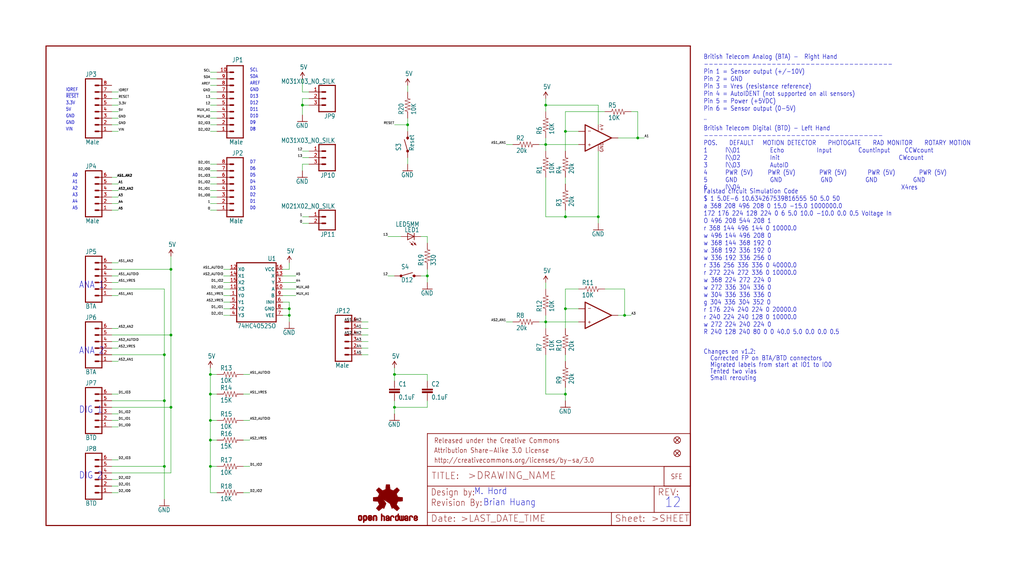
<source format=kicad_sch>
(kicad_sch (version 20211123) (generator eeschema)
  (paper "User" 395.63 223.926)
  (lib_symbols
    (symbol "eagleSchem-eagle-import:0.1UF-25V(+80{slash}-20%)(0603)"
      (property "Reference" "C" (at 1.524 2.921 0))
      (property "Value" "0.1UF-25V(+80{slash}-20%)(0603)" (at 1.524 -2.159 0))
      (symbol "0.1UF-25V(+80{slash}-20%)(0603)_1_0"
        (pin passive line (at 0 5.08 270) (length 2.54) (name "1") (number "1"))
        (pin passive line (at 0 -2.54 90) (length 2.54) (name "2") (number "2"))
      )
    )
    (symbol "eagleSchem-eagle-import:10KOHM1{slash}10W1%(0603)0603"
      (property "Reference" "R" (at -3.81 1.4986 0))
      (property "Value" "10KOHM1{slash}10W1%(0603)0603" (at -3.81 -3.302 0))
      (symbol "10KOHM1{slash}10W1%(0603)0603_1_0"
        (pin passive line (at -5.08 0 0) (length 2.54) (name "1") (number "1"))
        (pin passive line (at 5.08 0 180) (length 2.54) (name "2") (number "2"))
      )
    )
    (symbol "eagleSchem-eagle-import:15KOHM1{slash}10W1%(0603)0603"
      (property "Reference" "R" (at -3.81 1.4986 0))
      (property "Value" "15KOHM1{slash}10W1%(0603)0603" (at -3.81 -3.302 0))
      (symbol "15KOHM1{slash}10W1%(0603)0603_1_0"
        (pin passive line (at -5.08 0 0) (length 2.54) (name "1") (number "1"))
        (pin passive line (at 5.08 0 180) (length 2.54) (name "2") (number "2"))
      )
    )
    (symbol "eagleSchem-eagle-import:20KOHM1{slash}10W1%(0603)"
      (property "Reference" "R" (at -3.81 1.4986 0))
      (property "Value" "20KOHM1{slash}10W1%(0603)" (at -3.81 -3.302 0))
      (symbol "20KOHM1{slash}10W1%(0603)_1_0"
        (pin passive line (at -5.08 0 0) (length 2.54) (name "1") (number "1"))
        (pin passive line (at 5.08 0 180) (length 2.54) (name "2") (number "2"))
      )
    )
    (symbol "eagleSchem-eagle-import:330OHM1{slash}10W1%(0603)"
      (property "Reference" "R" (at -3.81 1.4986 0))
      (property "Value" "330OHM1{slash}10W1%(0603)" (at -3.81 -3.302 0))
      (symbol "330OHM1{slash}10W1%(0603)_1_0"
        (pin passive line (at -5.08 0 0) (length 2.54) (name "1") (number "1"))
        (pin passive line (at 5.08 0 180) (length 2.54) (name "2") (number "2"))
      )
    )
    (symbol "eagleSchem-eagle-import:5V" (power)
      (property "Value" "5V" (at -1.016 3.556 0))
      (symbol "5V_1_0"
        (pin power_in line (at 0 0 90) (length 2.54) (name "5V") (number "1"))
      )
    )
    (symbol "eagleSchem-eagle-import:74HC4052SO"
      (property "Reference" "U" (at -7.62 10.795 0))
      (property "Value" "74HC4052SO" (at -7.62 -15.24 0))
      (symbol "74HC4052SO_1_0"
        (pin bidirectional line (at 10.16 -2.54 180) (length 2.54) (name "Y0") (number "1"))
        (pin input line (at -10.16 0 0) (length 2.54) (name "A") (number "10"))
        (pin bidirectional line (at 10.16 0 180) (length 2.54) (name "X3") (number "11"))
        (pin bidirectional line (at 10.16 7.62 180) (length 2.54) (name "X0") (number "12"))
        (pin bidirectional line (at -10.16 5.08 0) (length 2.54) (name "X") (number "13"))
        (pin bidirectional line (at 10.16 5.08 180) (length 2.54) (name "X1") (number "14"))
        (pin bidirectional line (at 10.16 2.54 180) (length 2.54) (name "X2") (number "15"))
        (pin power_in line (at -10.16 7.62 0) (length 2.54) (name "VCC") (number "16"))
        (pin bidirectional line (at 10.16 -7.62 180) (length 2.54) (name "Y2") (number "2"))
        (pin bidirectional line (at -10.16 2.54 0) (length 2.54) (name "Y") (number "3"))
        (pin bidirectional line (at 10.16 -10.16 180) (length 2.54) (name "Y3") (number "4"))
        (pin bidirectional line (at 10.16 -5.08 180) (length 2.54) (name "Y1") (number "5"))
        (pin input line (at -10.16 -5.08 0) (length 2.54) (name "INH") (number "6"))
        (pin power_in line (at -10.16 -10.16 0) (length 2.54) (name "VEE") (number "7"))
        (pin power_in line (at -10.16 -7.62 0) (length 2.54) (name "GND") (number "8"))
        (pin input line (at -10.16 -2.54 0) (length 2.54) (name "B") (number "9"))
      )
    )
    (symbol "eagleSchem-eagle-import:FIDUCIAL1X2")
    (symbol "eagleSchem-eagle-import:FRAME-LETTER"
      (symbol "FRAME-LETTER_2_0"
        (text ">DRAWING_NAME" (at 15.494 17.78 0) (effects (font (size 2.7432 2.7432)) (justify left bottom)))
        (text ">LAST_DATE_TIME" (at 12.7 1.27 0) (effects (font (size 2.54 2.54)) (justify left bottom)))
        (text ">SHEET" (at 86.36 1.27 0) (effects (font (size 2.54 2.54)) (justify left bottom)))
        (text "Attribution Share-Alike 3.0 License" (at 2.54 27.94 0) (effects (font (size 1.9304 1.6408)) (justify left bottom)))
        (text "Date:" (at 1.27 1.27 0) (effects (font (size 2.54 2.54)) (justify left bottom)))
        (text "Design by:" (at 1.27 11.43 0) (effects (font (size 2.54 2.159)) (justify left bottom)))
        (text "http://creativecommons.org/licenses/by-sa/3.0" (at 2.54 24.13 0) (effects (font (size 1.9304 1.6408)) (justify left bottom)))
        (text "Released under the Creative Commons" (at 2.54 31.75 0) (effects (font (size 1.9304 1.6408)) (justify left bottom)))
        (text "REV:" (at 88.9 11.43 0) (effects (font (size 2.54 2.54)) (justify left bottom)))
        (text "Sheet:" (at 72.39 1.27 0) (effects (font (size 2.54 2.54)) (justify left bottom)))
        (text "TITLE:" (at 1.524 17.78 0) (effects (font (size 2.54 2.54)) (justify left bottom)))
      )
    )
    (symbol "eagleSchem-eagle-import:GND" (power)
      (property "Value" "GND" (at -2.54 -2.54 0))
      (symbol "GND_1_0"
        (pin power_in line (at 0 2.54 270) (length 2.54) (name "GND") (number "1"))
      )
    )
    (symbol "eagleSchem-eagle-import:LED5MM"
      (property "Reference" "LED" (at 3.556 -4.572 90))
      (property "Value" "LED5MM" (at 5.715 -4.572 90))
      (symbol "LED5MM_1_0"
        (pin passive line (at 0 2.54 270) (length 2.54) (name "A") (number "A"))
        (pin passive line (at 0 -5.08 90) (length 2.54) (name "C") (number "K"))
      )
    )
    (symbol "eagleSchem-eagle-import:LMV358SOICT"
      (symbol "LMV358SOICT_1_0"
        (text "+" (at -4.318 -3.302 0) (effects (font (size 1.27 1.27)) (justify left bottom)))
        (text "+V" (at 2.032 2.54 900) (effects (font (size 1.27 1.27)) (justify left bottom)))
        (text "-" (at -4.318 2.032 0) (effects (font (size 1.27 1.27)) (justify left bottom)))
        (text "GND" (at 2.032 -5.588 900) (effects (font (size 1.27 1.27)) (justify left bottom)))
        (pin output line (at 7.62 0 180) (length 2.54) (name "OUT1") (number "1"))
        (pin input line (at -7.62 2.54 0) (length 2.54) (name "-IN1") (number "2"))
        (pin input line (at -7.62 -2.54 0) (length 2.54) (name "+IN1") (number "3"))
        (pin power_in line (at 0 -5.08 90) (length 2.54) (name "GND") (number "4"))
        (pin power_in line (at 0 5.08 270) (length 2.54) (name "+V") (number "8"))
      )
      (symbol "LMV358SOICT_2_0"
        (text "+" (at -4.318 -3.302 0) (effects (font (size 1.27 1.27)) (justify left bottom)))
        (text "-" (at -4.318 2.032 0) (effects (font (size 1.27 1.27)) (justify left bottom)))
        (pin input line (at -7.62 -2.54 0) (length 2.54) (name "+IN2") (number "5"))
        (pin input line (at -7.62 2.54 0) (length 2.54) (name "-IN2") (number "6"))
        (pin output line (at 7.62 0 180) (length 2.54) (name "OUT2") (number "7"))
      )
    )
    (symbol "eagleSchem-eagle-import:LOGO-SFESK"
      (symbol "LOGO-SFESK_1_0"
        (text "SFE" (at 0 0 0) (effects (font (size 1.9304 1.6408)) (justify left bottom)))
      )
    )
    (symbol "eagleSchem-eagle-import:M021X02_NO_SILK"
      (property "Reference" "JP" (at -2.54 5.842 0))
      (property "Value" "M021X02_NO_SILK" (at -2.54 -5.08 0))
      (symbol "M021X02_NO_SILK_1_0"
        (pin passive line (at 7.62 0 180) (length 5.08) (name "1") (number "1"))
        (pin passive line (at 7.62 2.54 180) (length 5.08) (name "2") (number "2"))
      )
    )
    (symbol "eagleSchem-eagle-import:M031X03_NO_SILK"
      (property "Reference" "JP" (at -2.54 5.842 0))
      (property "Value" "M031X03_NO_SILK" (at -2.54 -7.62 0))
      (symbol "M031X03_NO_SILK_1_0"
        (pin passive line (at 7.62 -2.54 180) (length 5.08) (name "1") (number "1"))
        (pin passive line (at 7.62 0 180) (length 5.08) (name "2") (number "2"))
        (pin passive line (at 7.62 2.54 180) (length 5.08) (name "3") (number "3"))
      )
    )
    (symbol "eagleSchem-eagle-import:M06SIP"
      (property "Reference" "JP" (at -5.08 10.922 0))
      (property "Value" "M06SIP" (at -5.08 -10.16 0))
      (symbol "M06SIP_1_0"
        (pin passive line (at 5.08 -5.08 180) (length 5.08) (name "1") (number "1"))
        (pin passive line (at 5.08 -2.54 180) (length 5.08) (name "2") (number "2"))
        (pin passive line (at 5.08 0 180) (length 5.08) (name "3") (number "3"))
        (pin passive line (at 5.08 2.54 180) (length 5.08) (name "4") (number "4"))
        (pin passive line (at 5.08 5.08 180) (length 5.08) (name "5") (number "5"))
        (pin passive line (at 5.08 7.62 180) (length 5.08) (name "6") (number "6"))
      )
    )
    (symbol "eagleSchem-eagle-import:M06SMD_MALE"
      (property "Reference" "JP" (at -5.08 10.922 0))
      (property "Value" "M06SMD_MALE" (at -5.08 -10.16 0))
      (symbol "M06SMD_MALE_1_0"
        (pin passive line (at 5.08 -5.08 180) (length 5.08) (name "1") (number "1"))
        (pin passive line (at 5.08 -2.54 180) (length 5.08) (name "2") (number "2"))
        (pin passive line (at 5.08 0 180) (length 5.08) (name "3") (number "3"))
        (pin passive line (at 5.08 2.54 180) (length 5.08) (name "4") (number "4"))
        (pin passive line (at 5.08 5.08 180) (length 5.08) (name "5") (number "5"))
        (pin passive line (at 5.08 7.62 180) (length 5.08) (name "6") (number "6"))
      )
    )
    (symbol "eagleSchem-eagle-import:M06VERNIER-ANALOG"
      (property "Reference" "JP" (at -5.08 10.922 0))
      (property "Value" "M06VERNIER-ANALOG" (at -5.08 -10.16 0))
      (symbol "M06VERNIER-ANALOG_1_0"
        (pin passive line (at 5.08 -5.08 180) (length 5.08) (name "1") (number "1"))
        (pin passive line (at 5.08 -2.54 180) (length 5.08) (name "2") (number "2"))
        (pin passive line (at 5.08 0 180) (length 5.08) (name "3") (number "3"))
        (pin passive line (at 5.08 2.54 180) (length 5.08) (name "4") (number "4"))
        (pin passive line (at 5.08 5.08 180) (length 5.08) (name "5") (number "5"))
        (pin passive line (at 5.08 7.62 180) (length 5.08) (name "6") (number "6"))
      )
    )
    (symbol "eagleSchem-eagle-import:M06VERNIER-DIGITAL"
      (property "Reference" "JP" (at -5.08 10.922 0))
      (property "Value" "M06VERNIER-DIGITAL" (at -5.08 -10.16 0))
      (symbol "M06VERNIER-DIGITAL_1_0"
        (pin passive line (at 5.08 -5.08 180) (length 5.08) (name "1") (number "1"))
        (pin passive line (at 5.08 -2.54 180) (length 5.08) (name "2") (number "2"))
        (pin passive line (at 5.08 0 180) (length 5.08) (name "3") (number "3"))
        (pin passive line (at 5.08 2.54 180) (length 5.08) (name "4") (number "4"))
        (pin passive line (at 5.08 5.08 180) (length 5.08) (name "5") (number "5"))
        (pin passive line (at 5.08 7.62 180) (length 5.08) (name "6") (number "6"))
      )
    )
    (symbol "eagleSchem-eagle-import:M08SMD-MALE"
      (property "Reference" "JP" (at -5.08 13.462 0))
      (property "Value" "M08SMD-MALE" (at -5.08 -12.7 0))
      (symbol "M08SMD-MALE_1_0"
        (pin passive line (at 5.08 -7.62 180) (length 5.08) (name "1") (number "1"))
        (pin passive line (at 5.08 -5.08 180) (length 5.08) (name "2") (number "2"))
        (pin passive line (at 5.08 -2.54 180) (length 5.08) (name "3") (number "3"))
        (pin passive line (at 5.08 0 180) (length 5.08) (name "4") (number "4"))
        (pin passive line (at 5.08 2.54 180) (length 5.08) (name "5") (number "5"))
        (pin passive line (at 5.08 5.08 180) (length 5.08) (name "6") (number "6"))
        (pin passive line (at 5.08 7.62 180) (length 5.08) (name "7") (number "7"))
        (pin passive line (at 5.08 10.16 180) (length 5.08) (name "8") (number "8"))
      )
    )
    (symbol "eagleSchem-eagle-import:M10SMD_MALE"
      (property "Reference" "JP" (at 0 8.89 0))
      (property "Value" "M10SMD_MALE" (at 0 -22.86 0))
      (symbol "M10SMD_MALE_1_0"
        (pin passive line (at 10.16 -17.78 180) (length 5.08) (name "1") (number "1"))
        (pin passive line (at 10.16 5.08 180) (length 5.08) (name "10") (number "10"))
        (pin passive line (at 10.16 -15.24 180) (length 5.08) (name "2") (number "2"))
        (pin passive line (at 10.16 -12.7 180) (length 5.08) (name "3") (number "3"))
        (pin passive line (at 10.16 -10.16 180) (length 5.08) (name "4") (number "4"))
        (pin passive line (at 10.16 -7.62 180) (length 5.08) (name "5") (number "5"))
        (pin passive line (at 10.16 -5.08 180) (length 5.08) (name "6") (number "6"))
        (pin passive line (at 10.16 -2.54 180) (length 5.08) (name "7") (number "7"))
        (pin passive line (at 10.16 0 180) (length 5.08) (name "8") (number "8"))
        (pin passive line (at 10.16 2.54 180) (length 5.08) (name "9") (number "9"))
      )
    )
    (symbol "eagleSchem-eagle-import:OSHW-LOGOS")
    (symbol "eagleSchem-eagle-import:REVISION"
      (symbol "REVISION_1_0"
        (text "Revision By: " (at 0 0 0) (effects (font (size 2.54 2.159)) (justify left bottom)))
      )
    )
    (symbol "eagleSchem-eagle-import:SWITCH-MOMENTARY-2PTH"
      (property "Reference" "S" (at -2.54 2.54 0))
      (property "Value" "SWITCH-MOMENTARY-2PTH" (at -2.54 -2.54 0))
      (symbol "SWITCH-MOMENTARY-2PTH_1_0"
        (pin passive line (at -5.08 0 0) (length 2.54) (name "1") (number "1"))
        (pin passive line (at 5.08 0 180) (length 2.54) (name "2") (number "3"))
      )
    )
  )
  (junction (at 231.14 83.82))
  (junction (at 66.04 157.48))
  (junction (at 81.28 152.4))
  (junction (at 241.3 121.92))
  (junction (at 81.28 144.78))
  (junction (at 63.5 154.94))
  (junction (at 81.28 180.34))
  (junction (at 66.04 129.54))
  (junction (at 218.44 152.4))
  (junction (at 157.48 48.26))
  (junction (at 246.38 53.34))
  (junction (at 63.5 180.34))
  (junction (at 66.04 104.14))
  (junction (at 152.4 157.48))
  (junction (at 81.28 162.56))
  (junction (at 210.82 124.46))
  (junction (at 218.44 50.8))
  (junction (at 63.5 137.16))
  (junction (at 210.82 55.88))
  (junction (at 218.44 119.38))
  (junction (at 111.76 119.38))
  (junction (at 81.28 170.18))
  (junction (at 210.82 40.64))
  (junction (at 218.44 83.82))
  (junction (at 152.4 144.78))
  (junction (at 165.1 106.68))
  (junction (at 111.76 121.92))
  (junction (at 116.84 40.64))
  (wire (pts (xy 43.18 137.16) (xy 63.5 137.16)))
  (wire (pts (xy 66.04 182.88) (xy 66.04 157.48)))
  (wire (pts (xy 198.12 55.88) (xy 195.58 55.88)))
  (wire (pts (xy 210.82 43.18) (xy 210.82 40.64)))
  (wire (pts (xy 81.28 152.4) (xy 81.28 162.56)))
  (wire (pts (xy 139.7 129.54) (xy 142.24 129.54)))
  (wire (pts (xy 43.18 139.7) (xy 45.72 139.7)))
  (wire (pts (xy 83.82 30.48) (xy 81.28 30.48)))
  (wire (pts (xy 88.9 121.92) (xy 86.36 121.92)))
  (wire (pts (xy 83.82 66.04) (xy 81.28 66.04)))
  (wire (pts (xy 81.28 144.78) (xy 83.82 144.78)))
  (wire (pts (xy 43.18 73.66) (xy 45.72 73.66)))
  (wire (pts (xy 119.38 35.56) (xy 116.84 35.56)))
  (wire (pts (xy 210.82 83.82) (xy 218.44 83.82)))
  (wire (pts (xy 43.18 38.1) (xy 45.72 38.1)))
  (wire (pts (xy 210.82 152.4) (xy 218.44 152.4)))
  (wire (pts (xy 83.82 73.66) (xy 81.28 73.66)))
  (wire (pts (xy 139.7 137.16) (xy 142.24 137.16)))
  (wire (pts (xy 63.5 137.16) (xy 63.5 154.94)))
  (wire (pts (xy 81.28 142.24) (xy 81.28 144.78)))
  (wire (pts (xy 43.18 101.6) (xy 45.72 101.6)))
  (wire (pts (xy 83.82 48.26) (xy 81.28 48.26)))
  (wire (pts (xy 83.82 71.12) (xy 81.28 71.12)))
  (wire (pts (xy 43.18 111.76) (xy 63.5 111.76)))
  (wire (pts (xy 43.18 48.26) (xy 45.72 48.26)))
  (wire (pts (xy 210.82 55.88) (xy 208.28 55.88)))
  (wire (pts (xy 241.3 111.76) (xy 241.3 121.92)))
  (wire (pts (xy 43.18 157.48) (xy 66.04 157.48)))
  (wire (pts (xy 93.98 190.5) (xy 96.52 190.5)))
  (wire (pts (xy 111.76 116.84) (xy 111.76 119.38)))
  (wire (pts (xy 116.84 63.5) (xy 116.84 66.04)))
  (wire (pts (xy 45.72 165.1) (xy 43.18 165.1)))
  (wire (pts (xy 109.22 121.92) (xy 111.76 121.92)))
  (wire (pts (xy 43.18 187.96) (xy 45.72 187.96)))
  (wire (pts (xy 43.18 35.56) (xy 45.72 35.56)))
  (wire (pts (xy 109.22 116.84) (xy 111.76 116.84)))
  (wire (pts (xy 43.18 68.58) (xy 45.22 68.58)))
  (wire (pts (xy 83.82 43.18) (xy 81.28 43.18)))
  (wire (pts (xy 43.18 190.5) (xy 45.72 190.5)))
  (wire (pts (xy 119.38 83.82) (xy 116.84 83.82)))
  (wire (pts (xy 119.38 60.96) (xy 116.84 60.96)))
  (wire (pts (xy 119.38 58.42) (xy 116.84 58.42)))
  (wire (pts (xy 208.28 124.46) (xy 210.82 124.46)))
  (wire (pts (xy 231.14 83.82) (xy 231.14 86.36)))
  (wire (pts (xy 109.22 106.68) (xy 114.3 106.68)))
  (wire (pts (xy 83.82 33.02) (xy 81.28 33.02)))
  (wire (pts (xy 111.76 119.38) (xy 111.76 121.92)))
  (wire (pts (xy 83.82 76.2) (xy 81.28 76.2)))
  (wire (pts (xy 210.82 58.42) (xy 210.82 55.88)))
  (wire (pts (xy 165.1 106.68) (xy 165.1 109.22)))
  (wire (pts (xy 218.44 43.18) (xy 233.68 43.18)))
  (wire (pts (xy 231.14 83.82) (xy 231.14 58.42)))
  (wire (pts (xy 83.82 162.56) (xy 81.28 162.56)))
  (wire (pts (xy 152.4 157.48) (xy 152.4 160.02)))
  (wire (pts (xy 83.82 78.74) (xy 81.28 78.74)))
  (wire (pts (xy 83.82 38.1) (xy 81.28 38.1)))
  (wire (pts (xy 43.18 160.02) (xy 45.72 160.02)))
  (wire (pts (xy 139.7 124.46) (xy 142.24 124.46)))
  (wire (pts (xy 119.38 63.5) (xy 116.84 63.5)))
  (wire (pts (xy 246.38 53.34) (xy 238.76 53.34)))
  (wire (pts (xy 43.18 114.3) (xy 45.72 114.3)))
  (wire (pts (xy 210.82 55.88) (xy 210.82 53.34)))
  (wire (pts (xy 210.82 124.46) (xy 223.52 124.46)))
  (wire (pts (xy 43.18 71.12) (xy 45.72 71.12)))
  (wire (pts (xy 210.82 40.64) (xy 210.82 38.1)))
  (wire (pts (xy 119.38 40.64) (xy 116.84 40.64)))
  (wire (pts (xy 233.68 111.76) (xy 241.3 111.76)))
  (wire (pts (xy 218.44 137.16) (xy 218.44 139.7)))
  (wire (pts (xy 66.04 157.48) (xy 66.04 129.54)))
  (wire (pts (xy 93.98 162.56) (xy 96.52 162.56)))
  (wire (pts (xy 88.9 111.76) (xy 86.36 111.76)))
  (wire (pts (xy 210.82 55.88) (xy 223.52 55.88)))
  (wire (pts (xy 198.12 124.46) (xy 195.58 124.46)))
  (wire (pts (xy 218.44 119.38) (xy 218.44 111.76)))
  (wire (pts (xy 210.82 127) (xy 210.82 124.46)))
  (wire (pts (xy 43.18 134.62) (xy 45.72 134.62)))
  (wire (pts (xy 152.4 154.94) (xy 152.4 157.48)))
  (wire (pts (xy 83.82 63.5) (xy 81.28 63.5)))
  (wire (pts (xy 218.44 58.42) (xy 218.44 50.8)))
  (wire (pts (xy 43.18 76.2) (xy 45.72 76.2)))
  (wire (pts (xy 43.18 162.56) (xy 45.72 162.56)))
  (wire (pts (xy 83.82 50.8) (xy 81.28 50.8)))
  (wire (pts (xy 246.38 53.34) (xy 248.92 53.34)))
  (wire (pts (xy 210.82 40.64) (xy 231.14 40.64)))
  (wire (pts (xy 116.84 38.1) (xy 116.84 40.64)))
  (wire (pts (xy 66.04 129.54) (xy 66.04 104.14)))
  (wire (pts (xy 165.1 144.78) (xy 165.1 147.32)))
  (wire (pts (xy 43.18 185.42) (xy 45.72 185.42)))
  (wire (pts (xy 43.18 132.08) (xy 45.72 132.08)))
  (wire (pts (xy 165.1 154.94) (xy 165.1 157.48)))
  (wire (pts (xy 116.84 40.64) (xy 116.84 44.45)))
  (wire (pts (xy 43.18 106.68) (xy 45.72 106.68)))
  (wire (pts (xy 83.82 35.56) (xy 81.28 35.56)))
  (wire (pts (xy 88.9 104.14) (xy 86.36 104.14)))
  (wire (pts (xy 157.48 50.8) (xy 157.48 48.26)))
  (wire (pts (xy 218.44 152.4) (xy 218.44 154.94)))
  (wire (pts (xy 88.9 116.84) (xy 86.36 116.84)))
  (wire (pts (xy 152.4 144.78) (xy 152.4 142.24)))
  (wire (pts (xy 43.18 127) (xy 45.72 127)))
  (wire (pts (xy 43.18 43.18) (xy 45.72 43.18)))
  (wire (pts (xy 218.44 50.8) (xy 223.52 50.8)))
  (wire (pts (xy 93.98 152.4) (xy 96.52 152.4)))
  (wire (pts (xy 139.7 134.62) (xy 142.24 134.62)))
  (wire (pts (xy 83.82 68.58) (xy 81.28 68.58)))
  (wire (pts (xy 43.18 78.74) (xy 45.72 78.74)))
  (wire (pts (xy 162.56 106.68) (xy 165.1 106.68)))
  (wire (pts (xy 246.38 43.18) (xy 246.38 53.34)))
  (wire (pts (xy 139.7 132.08) (xy 142.24 132.08)))
  (wire (pts (xy 165.1 93.98) (xy 165.1 91.44)))
  (wire (pts (xy 43.18 45.72) (xy 45.72 45.72)))
  (wire (pts (xy 231.14 40.64) (xy 231.14 48.26)))
  (wire (pts (xy 63.5 180.34) (xy 63.5 193.04)))
  (wire (pts (xy 93.98 144.78) (xy 96.52 144.78)))
  (wire (pts (xy 152.4 144.78) (xy 165.1 144.78)))
  (wire (pts (xy 93.98 180.34) (xy 96.52 180.34)))
  (wire (pts (xy 218.44 83.82) (xy 231.14 83.82)))
  (wire (pts (xy 83.82 40.64) (xy 81.28 40.64)))
  (wire (pts (xy 43.18 180.34) (xy 63.5 180.34)))
  (wire (pts (xy 43.18 109.22) (xy 45.72 109.22)))
  (wire (pts (xy 43.18 154.94) (xy 63.5 154.94)))
  (wire (pts (xy 218.44 71.12) (xy 218.44 68.58)))
  (wire (pts (xy 218.44 50.8) (xy 218.44 43.18)))
  (wire (pts (xy 81.28 162.56) (xy 81.28 170.18)))
  (wire (pts (xy 109.22 104.14) (xy 111.76 104.14)))
  (wire (pts (xy 218.44 111.76) (xy 223.52 111.76)))
  (wire (pts (xy 119.38 86.36) (xy 116.84 86.36)))
  (wire (pts (xy 88.9 109.22) (xy 86.36 109.22)))
  (wire (pts (xy 139.7 127) (xy 142.24 127)))
  (wire (pts (xy 81.28 190.5) (xy 81.28 180.34)))
  (wire (pts (xy 88.9 114.3) (xy 86.36 114.3)))
  (wire (pts (xy 218.44 81.28) (xy 218.44 83.82)))
  (wire (pts (xy 157.48 35.56) (xy 157.48 33.02)))
  (wire (pts (xy 63.5 111.76) (xy 63.5 137.16)))
  (wire (pts (xy 109.22 109.22) (xy 114.3 109.22)))
  (wire (pts (xy 43.18 182.88) (xy 66.04 182.88)))
  (wire (pts (xy 83.82 152.4) (xy 81.28 152.4)))
  (wire (pts (xy 165.1 157.48) (xy 152.4 157.48)))
  (wire (pts (xy 93.98 170.18) (xy 96.52 170.18)))
  (wire (pts (xy 157.48 63.5) (xy 157.48 60.96)))
  (wire (pts (xy 210.82 68.58) (xy 210.82 83.82)))
  (wire (pts (xy 111.76 121.92) (xy 111.76 124.46)))
  (wire (pts (xy 83.82 180.34) (xy 81.28 180.34)))
  (wire (pts (xy 210.82 137.16) (xy 210.82 152.4)))
  (wire (pts (xy 43.18 81.28) (xy 45.72 81.28)))
  (wire (pts (xy 88.9 106.68) (xy 86.36 106.68)))
  (wire (pts (xy 241.3 121.92) (xy 243.84 121.92)))
  (wire (pts (xy 152.4 48.26) (xy 157.48 48.26)))
  (wire (pts (xy 66.04 104.14) (xy 66.04 99.06)))
  (wire (pts (xy 152.4 147.32) (xy 152.4 144.78)))
  (wire (pts (xy 83.82 45.72) (xy 81.28 45.72)))
  (wire (pts (xy 152.4 106.68) (xy 149.86 106.68)))
  (wire (pts (xy 81.28 144.78) (xy 81.28 152.4)))
  (wire (pts (xy 165.1 91.44) (xy 162.56 91.44)))
  (wire (pts (xy 43.18 177.8) (xy 45.72 177.8)))
  (wire (pts (xy 43.18 152.4) (xy 45.72 152.4)))
  (wire (pts (xy 119.38 38.1) (xy 116.84 38.1)))
  (wire (pts (xy 210.82 111.76) (xy 210.82 109.22)))
  (wire (pts (xy 109.22 114.3) (xy 114.3 114.3)))
  (wire (pts (xy 43.18 50.8) (xy 45.72 50.8)))
  (wire (pts (xy 63.5 154.94) (xy 63.5 180.34)))
  (wire (pts (xy 210.82 124.46) (xy 210.82 121.92)))
  (wire (pts (xy 83.82 81.28) (xy 81.28 81.28)))
  (wire (pts (xy 116.84 30.48) (xy 116.84 35.56)))
  (wire (pts (xy 154.94 91.44) (xy 149.86 91.44)))
  (wire (pts (xy 88.9 119.38) (xy 86.36 119.38)))
  (wire (pts (xy 243.84 43.18) (xy 246.38 43.18)))
  (wire (pts (xy 218.44 119.38) (xy 223.52 119.38)))
  (wire (pts (xy 81.28 180.34) (xy 81.28 170.18)))
  (wire (pts (xy 165.1 106.68) (xy 165.1 104.14)))
  (wire (pts (xy 218.44 149.86) (xy 218.44 152.4)))
  (wire (pts (xy 81.28 170.18) (xy 83.82 170.18)))
  (wire (pts (xy 111.76 104.14) (xy 111.76 101.6)))
  (wire (pts (xy 83.82 27.94) (xy 81.28 27.94)))
  (wire (pts (xy 109.22 119.38) (xy 111.76 119.38)))
  (wire (pts (xy 43.18 104.14) (xy 66.04 104.14)))
  (wire (pts (xy 218.44 127) (xy 218.44 119.38)))
  (wire (pts (xy 83.82 190.5) (xy 81.28 190.5)))
  (wire (pts (xy 43.18 129.54) (xy 66.04 129.54)))
  (wire (pts (xy 157.48 48.26) (xy 157.48 45.72)))
  (wire (pts (xy 43.18 40.64) (xy 45.72 40.64)))
  (wire (pts (xy 241.3 121.92) (xy 238.76 121.92)))
  (wire (pts (xy 109.22 111.76) (xy 114.3 111.76)))
  (text "A2" (at 27.94 73.66 180) (effects (font (size 1.27 1.0795)) (justify left bottom)))
  (text "SCL" (at 96.52 27.94 180) (effects (font (size 1.27 1.0795)) (justify left bottom)))
  (text "DIG 2" (at 30.48 185.42 180) (effects (font (size 2.54 2.159)) (justify left bottom)))
  (text "~{RESET}" (at 25.4 38.1 180) (effects (font (size 1.27 1.0795)) (justify left bottom)))
  (text "GND" (at 25.4 45.72 180) (effects (font (size 1.27 1.0795)) (justify left bottom)))
  (text "AREF" (at 96.52 33.02 180) (effects (font (size 1.27 1.0795)) (justify left bottom)))
  (text "D10" (at 96.52 45.72 180) (effects (font (size 1.27 1.0795)) (justify left bottom)))
  (text "GND" (at 25.4 48.26 180) (effects (font (size 1.27 1.0795)) (justify left bottom)))
  (text "D6" (at 96.52 66.04 180) (effects (font (size 1.27 1.0795)) (justify left bottom)))
  (text "D9" (at 96.52 48.26 180) (effects (font (size 1.27 1.0795)) (justify left bottom)))
  (text "Falstad circuit Simulation Code\n$ 1 5.0E-6 10.634267539816555 50 5.0 50\na 368 208 496 208 0 15.0 -15.0 1000000.0\n172 176 224 128 224 0 6 5.0 10.0 -10.0 0.0 0.5 Voltage In\nO 496 208 544 208 1\nr 368 144 496 144 0 10000.0\nw 496 144 496 208 0\nw 368 144 368 192 0\nw 368 192 336 192 0\nw 336 192 336 256 0\nr 336 256 336 336 0 40000.0\nr 272 224 272 336 0 10000.0\nw 368 224 272 224 0\nw 272 336 304 336 0\nw 304 336 336 336 0\ng 304 336 304 352 0\nr 176 224 240 224 0 20000.0\nr 240 224 240 128 0 10000.0\nw 272 224 240 224 0\nR 240 128 240 80 0 0 40.0 5.0 0.0 0.0 0.5" (at 271.78 129.54 0) (effects (font (size 1.778 1.5113)) (justify left bottom)))
  (text "Small rerouting" (at 274.32 147.32 180) (effects (font (size 1.778 1.5113)) (justify left bottom)))
  (text "Brian Huang" (at 186.69 195.834 180) (effects (font (size 2.54 2.159)) (justify left bottom)))
  (text "A3" (at 27.94 76.2 180) (effects (font (size 1.27 1.0795)) (justify left bottom)))
  (text "5V" (at 25.4 43.18 180) (effects (font (size 1.27 1.0795)) (justify left bottom)))
  (text "D2" (at 96.52 76.2 180) (effects (font (size 1.27 1.0795)) (justify left bottom)))
  (text "D13" (at 96.52 38.1 180) (effects (font (size 1.27 1.0795)) (justify left bottom)))
  (text "A1" (at 27.94 71.12 180) (effects (font (size 1.27 1.0795)) (justify left bottom)))
  (text "GND" (at 96.52 35.56 180) (effects (font (size 1.27 1.0795)) (justify left bottom)))
  (text "\"" (at 271.78 48.26 180) (effects (font (size 1.778 1.5113)) (justify left bottom)))
  (text "3.3V" (at 25.4 40.64 180) (effects (font (size 1.27 1.0795)) (justify left bottom)))
  (text "A4" (at 27.94 78.74 180) (effects (font (size 1.27 1.0795)) (justify left bottom)))
  (text "D4" (at 96.52 71.12 180) (effects (font (size 1.27 1.0795)) (justify left bottom)))
  (text "D8" (at 96.52 50.8 180) (effects (font (size 1.27 1.0795)) (justify left bottom)))
  (text "M. Hord" (at 183.134 191.516 180) (effects (font (size 2.54 2.159)) (justify left bottom)))
  (text "ANA 1" (at 30.48 111.76 180) (effects (font (size 2.54 2.159)) (justify left bottom)))
  (text "Tented two vias" (at 274.32 144.78 180) (effects (font (size 1.778 1.5113)) (justify left bottom)))
  (text "British Telecom Analog (BTA) -  Right Hand\n---------------------------------------\nPin 1 = Sensor output (+/-10V)\nPin 2 = GND\nPin 3 = Vres (resistance reference)\nPin 4 = AutoIDENT (not supported on all sensors)\nPin 5 = Power (+5VDC)\nPin 6 = Sensor output (0-5V)" (at 271.78 43.18 0) (effects (font (size 1.778 1.5113)) (justify left bottom)))
  (text "D3" (at 96.52 73.66 180) (effects (font (size 1.27 1.0795)) (justify left bottom)))
  (text "D5" (at 96.52 68.58 180) (effects (font (size 1.27 1.0795)) (justify left bottom)))
  (text "D12" (at 96.52 40.64 180) (effects (font (size 1.27 1.0795)) (justify left bottom)))
  (text "Corrected FP on BTA/BTD connectors" (at 274.32 139.7 180) (effects (font (size 1.778 1.5113)) (justify left bottom)))
  (text "VIN" (at 25.4 50.8 180) (effects (font (size 1.27 1.0795)) (justify left bottom)))
  (text "12" (at 256.794 196.596 180) (effects (font (size 3.81 3.2385)) (justify left bottom)))
  (text "British Telecom Digital (BTD) - Left Hand\n-------------------------------------\nPOS.    DEFAULT   MOTION DETECTOR    PHOTOGATE    RAD MONITOR    ROTARY MOTION\n1      I\\\\O1          Echo           Input         Countinput     CCWcount\n2      I\\\\O2          Init                                        CWcount\n3      I\\\\O3          AutoID\n4      PWR (5V)     PWR (5V)        PWR (5V)       PWR (5V)        PWR (5V)\n5      GND           GND             GND           GND            GND\n6      I\\\\O4                                                      X4res" (at 271.78 73.66 0) (effects (font (size 1.778 1.5113)) (justify left bottom)))
  (text "D11" (at 96.52 43.18 180) (effects (font (size 1.27 1.0795)) (justify left bottom)))
  (text "Changes on v1.2:" (at 271.78 137.16 180) (effects (font (size 1.778 1.5113)) (justify left bottom)))
  (text "A5" (at 27.94 81.28 180) (effects (font (size 1.27 1.0795)) (justify left bottom)))
  (text "D0" (at 96.52 81.28 180) (effects (font (size 1.27 1.0795)) (justify left bottom)))
  (text "SDA" (at 96.52 30.48 180) (effects (font (size 1.27 1.0795)) (justify left bottom)))
  (text "Migrated labels from start at IO1 to IO0" (at 274.32 142.24 180) (effects (font (size 1.778 1.5113)) (justify left bottom)))
  (text "A0" (at 27.94 68.58 180) (effects (font (size 1.27 1.0795)) (justify left bottom)))
  (text "ANA 2" (at 30.48 137.16 180) (effects (font (size 2.54 2.159)) (justify left bottom)))
  (text "D1" (at 96.52 78.74 180) (effects (font (size 1.27 1.0795)) (justify left bottom)))
  (text "IOREF" (at 25.4 35.56 180) (effects (font (size 1.27 1.0795)) (justify left bottom)))
  (text "DIG 1" (at 30.48 160.02 180) (effects (font (size 2.54 2.159)) (justify left bottom)))
  (text "D7" (at 96.52 63.5 180) (effects (font (size 1.27 1.0795)) (justify left bottom)))
  (label "GND" (at 45.72 48.26 0) (effects (font (size 0.889 0.889))))
  (label "D1_IO2" (at 45.72 160.02 0) (effects (font (size 0.889 0.889))))
  (label "AS1_AN2" (at 45.72 101.6 0) (effects (font (size 0.889 0.889))))
  (label "D1_IO3" (at 81.28 68.58 180) (effects (font (size 0.889 0.889))))
  (label "D2_IO3" (at 81.28 48.26 180) (effects (font (size 0.889 0.889))))
  (label "IOREF" (at 45.72 35.56 0) (effects (font (size 0.889 0.889))))
  (label "AS2_AN1" (at 45.72 139.7 0) (effects (font (size 0.889 0.889))))
  (label "AS2_AN1" (at 195.58 124.46 180) (effects (font (size 0.889 0.889))))
  (label "A3" (at 139.7 132.08 180) (effects (font (size 1.016 1.016))))
  (label "A5" (at 139.7 137.16 180) (effects (font (size 1.016 1.016))))
  (label "0" (at 116.84 86.36 180) (effects (font (size 0.889 0.889))))
  (label "A3" (at 45.72 76.2 0) (effects (font (size 0.889 0.889))))
  (label "13" (at 149.86 91.44 180) (effects (font (size 0.889 0.889))))
  (label "D1_IO1" (at 81.28 73.66 180) (effects (font (size 0.889 0.889))))
  (label "A1" (at 45.72 71.12 0) (effects (font (size 0.889 0.889))))
  (label "GND" (at 81.28 35.56 180) (effects (font (size 0.889 0.889))))
  (label "A1" (at 45.72 71.12 0) (effects (font (size 0.889 0.889))))
  (label "AS2_AN2" (at 45.72 73.66 0) (effects (font (size 0.889 0.889))))
  (label "0" (at 81.28 81.28 180) (effects (font (size 0.889 0.889))))
  (label "D2_IO2" (at 86.36 111.76 180) (effects (font (size 0.889 0.889))))
  (label "SCL" (at 81.28 27.94 180) (effects (font (size 0.889 0.889))))
  (label "D1_IO0" (at 81.28 76.2 180) (effects (font (size 0.889 0.889))))
  (label "3.3V" (at 45.72 40.64 0) (effects (font (size 0.889 0.889))))
  (label "D1_IO2" (at 81.28 71.12 180) (effects (font (size 0.889 0.889))))
  (label "D1_IO2" (at 96.52 180.34 0) (effects (font (size 0.889 0.889))))
  (label "D1_IO0" (at 45.72 165.1 0) (effects (font (size 0.889 0.889))))
  (label "AREF" (at 81.28 33.02 180) (effects (font (size 0.889 0.889))))
  (label "A1" (at 248.92 53.34 0) (effects (font (size 0.889 0.889))))
  (label "MUX_A1" (at 114.3 114.3 0) (effects (font (size 0.889 0.889))))
  (label "AS2_AN2" (at 139.7 129.54 180) (effects (font (size 1.016 1.016))))
  (label "MUX_A1" (at 81.28 43.18 180) (effects (font (size 0.889 0.889))))
  (label "AS1_AN2" (at 45.22 68.58 0) (effects (font (size 0.889 0.889))))
  (label "AS2_AUTOID" (at 96.52 162.56 0) (effects (font (size 0.889 0.889))))
  (label "AS2_VRES" (at 86.36 116.84 180) (effects (font (size 0.889 0.889))))
  (label "A4" (at 45.72 78.74 0) (effects (font (size 0.889 0.889))))
  (label "1" (at 81.28 78.74 180) (effects (font (size 0.889 0.889))))
  (label "D1_IO2" (at 86.36 109.22 180) (effects (font (size 0.889 0.889))))
  (label "RESET" (at 45.72 38.1 0) (effects (font (size 0.889 0.889))))
  (label "AS2_AN2" (at 45.72 127 0) (effects (font (size 0.889 0.889))))
  (label "AS2_AUTOID" (at 86.36 106.68 180) (effects (font (size 0.889 0.889))))
  (label "A4" (at 45.72 78.74 0) (effects (font (size 0.889 0.889))))
  (label "D2_IO2" (at 45.72 185.42 0) (effects (font (size 0.889 0.889))))
  (label "MUX_A0" (at 81.28 45.72 180) (effects (font (size 0.889 0.889))))
  (label "13" (at 116.84 60.96 180) (effects (font (size 0.889 0.889))))
  (label "MUX_A0" (at 114.3 111.76 0) (effects (font (size 0.889 0.889))))
  (label "1" (at 116.84 83.82 180) (effects (font (size 0.889 0.889))))
  (label "AS1_AUTOID" (at 45.72 106.68 0) (effects (font (size 0.889 0.889))))
  (label "D2_IO1" (at 81.28 63.5 180) (effects (font (size 0.889 0.889))))
  (label "A4" (at 114.3 109.22 0) (effects (font (size 0.889 0.889))))
  (label "D2_IO1" (at 45.72 187.96 0) (effects (font (size 0.889 0.889))))
  (label "AS1_AUTOID" (at 96.52 144.78 0) (effects (font (size 0.889 0.889))))
  (label "D2_IO2" (at 81.28 50.8 180) (effects (font (size 0.889 0.889))))
  (label "A3" (at 45.72 76.2 0) (effects (font (size 0.889 0.889))))
  (label "RESET" (at 152.4 48.26 180) (effects (font (size 0.889 0.889))))
  (label "AS1_AN1" (at 45.72 114.3 0) (effects (font (size 0.889 0.889))))
  (label "AS1_AUTOID" (at 86.36 104.14 180) (effects (font (size 0.889 0.889))))
  (label "AS2_VRES" (at 96.52 170.18 0) (effects (font (size 0.889 0.889))))
  (label "D1_IO1" (at 86.36 119.38 180) (effects (font (size 0.889 0.889))))
  (label "AS1_AN1" (at 195.58 55.88 180) (effects (font (size 0.889 0.889))))
  (label "A1" (at 139.7 127 180) (effects (font (size 1.016 1.016))))
  (label "GND" (at 45.72 45.72 0) (effects (font (size 0.889 0.889))))
  (label "D2_IO0" (at 81.28 66.04 180) (effects (font (size 0.889 0.889))))
  (label "5V" (at 45.72 43.18 0) (effects (font (size 0.889 0.889))))
  (label "AS1_VRES" (at 96.52 152.4 0) (effects (font (size 0.889 0.889))))
  (label "A5" (at 45.72 81.28 0) (effects (font (size 0.889 0.889))))
  (label "A5" (at 45.72 81.28 0) (effects (font (size 0.889 0.889))))
  (label "AS1_AN2" (at 139.7 124.46 180) (effects (font (size 1.016 1.016))))
  (label "AS2_VRES" (at 45.72 134.62 0) (effects (font (size 0.889 0.889))))
  (label "A4" (at 139.7 134.62 180) (effects (font (size 1.016 1.016))))
  (label "A5" (at 114.3 106.68 0) (effects (font (size 0.889 0.889))))
  (label "12" (at 116.84 58.42 180) (effects (font (size 0.889 0.889))))
  (label "D2_IO2" (at 96.52 190.5 0) (effects (font (size 0.889 0.889))))
  (label "12" (at 149.86 106.68 180) (effects (font (size 0.889 0.889))))
  (label "AS1_AN2" (at 45.22 68.58 0) (effects (font (size 0.889 0.889))))
  (label "VIN" (at 45.72 50.8 0) (effects (font (size 0.889 0.889))))
  (label "AS2_AUTOID" (at 45.72 132.08 0) (effects (font (size 0.889 0.889))))
  (label "A3" (at 243.84 121.92 0) (effects (font (size 0.889 0.889))))
  (label "D2_IO0" (at 45.72 190.5 0) (effects (font (size 0.889 0.889))))
  (label "AS1_VRES" (at 45.72 109.22 0) (effects (font (size 0.889 0.889))))
  (label "AS1_VRES" (at 86.36 114.3 180) (effects (font (size 0.889 0.889))))
  (label "12" (at 81.28 40.64 180) (effects (font (size 0.889 0.889))))
  (label "D1_IO1" (at 45.72 162.56 0) (effects (font (size 0.889 0.889))))
  (label "AS1_AN2" (at 45.22 68.58 0) (effects (font (size 0.889 0.889))))
  (label "SDA" (at 81.28 30.48 180) (effects (font (size 0.889 0.889))))
  (label "13" (at 81.28 38.1 180) (effects (font (size 0.889 0.889))))
  (label "D2_IO1" (at 86.36 121.92 180) (effects (font (size 0.889 0.889))))
  (label "AS2_AN2" (at 45.72 73.66 0) (effects (font (size 0.889 0.889))))
  (label "D1_IO3" (at 45.72 152.4 0) (effects (font (size 0.889 0.889))))
  (label "D2_IO3" (at 45.72 177.8 0) (effects (font (size 0.889 0.889))))
  (symbol (lib_id "eagleSchem-eagle-import:10KOHM1{slash}10W1%(0603)0603") (at 228.6 111.76 0) (unit 1)
    (property "Reference" "R11" (at 224.79 110.2614 0) (effects (font (size 1.778 1.5113)) (justify left bottom)))
    (property "Value" "10K" (at 224.79 115.062 0) (effects (font (size 1.778 1.5113)) (justify left bottom)))
    (property "Footprint" "eagleSchem:0603-RES" (effects hide))
  )
  (symbol (lib_id "eagleSchem-eagle-import:10KOHM1{slash}10W1%(0603)0603") (at 210.82 63.5 90) (unit 1)
    (property "Reference" "R1" (at 209.3214 67.31 0) (effects (font (size 1.778 1.5113)) (justify left bottom)))
    (property "Value" "10K" (at 214.122 67.31 0) (effects (font (size 1.778 1.5113)) (justify left bottom)))
    (property "Footprint" "eagleSchem:0603-RES" (effects hide))
  )
  (symbol (lib_id "eagleSchem-eagle-import:20KOHM1{slash}10W1%(0603)") (at 203.2 124.46 0) (unit 1)
    (property "Reference" "R8" (at 199.39 122.9614 0) (effects (font (size 1.778 1.5113)) (justify left bottom)))
    (property "Value" "20k" (at 199.39 127.762 0) (effects (font (size 1.778 1.5113)) (justify left bottom)))
    (property "Footprint" "eagleSchem:0603-RES" (effects hide))
  )
  (symbol (lib_id "eagleSchem-eagle-import:74HC4052SO") (at 99.06 111.76 0) (mirror y) (unit 1)
    (property "Reference" "U1" (at 106.68 100.965 0) (effects (font (size 1.778 1.5113)) (justify left bottom)))
    (property "Value" "74HC4052SO" (at 106.68 127 0) (effects (font (size 1.778 1.5113)) (justify left bottom)))
    (property "Footprint" "eagleSchem:SO16" (effects hide))
  )
  (symbol (lib_id "eagleSchem-eagle-import:5V") (at 66.04 99.06 0) (unit 1)
    (property "Reference" "#SUPPLY3" (effects hide))
    (property "Value" "5V" (at 65.024 95.504 0) (effects (font (size 1.778 1.5113)) (justify left bottom)))
    (property "Footprint" "eagleSchem:" (effects hide))
  )
  (symbol (lib_id "eagleSchem-eagle-import:5V") (at 210.82 109.22 0) (unit 1)
    (property "Reference" "#SUPPLY2" (effects hide))
    (property "Value" "5V" (at 209.804 105.664 0) (effects (font (size 1.778 1.5113)) (justify left bottom)))
    (property "Footprint" "eagleSchem:" (effects hide))
  )
  (symbol (lib_id "eagleSchem-eagle-import:10KOHM1{slash}10W1%(0603)0603") (at 88.9 144.78 0) (unit 1)
    (property "Reference" "R13" (at 85.09 143.2814 0) (effects (font (size 1.778 1.5113)) (justify left bottom)))
    (property "Value" "10K" (at 85.09 148.082 0) (effects (font (size 1.778 1.5113)) (justify left bottom)))
    (property "Footprint" "eagleSchem:0603-RES" (effects hide))
  )
  (symbol (lib_id "eagleSchem-eagle-import:20KOHM1{slash}10W1%(0603)") (at 218.44 63.5 90) (unit 1)
    (property "Reference" "R4" (at 216.9414 67.31 0) (effects (font (size 1.778 1.5113)) (justify left bottom)))
    (property "Value" "20k" (at 221.742 67.31 0) (effects (font (size 1.778 1.5113)) (justify left bottom)))
    (property "Footprint" "eagleSchem:0603-RES" (effects hide))
  )
  (symbol (lib_id "eagleSchem-eagle-import:20KOHM1{slash}10W1%(0603)") (at 218.44 132.08 90) (unit 1)
    (property "Reference" "R10" (at 216.9414 135.89 0) (effects (font (size 1.778 1.5113)) (justify left bottom)))
    (property "Value" "20k" (at 221.742 135.89 0) (effects (font (size 1.778 1.5113)) (justify left bottom)))
    (property "Footprint" "eagleSchem:0603-RES" (effects hide))
  )
  (symbol (lib_id "eagleSchem-eagle-import:M10SMD_MALE") (at 93.98 33.02 0) (mirror y) (unit 1)
    (property "Reference" "JP1" (at 93.98 24.13 0) (effects (font (size 1.778 1.5113)) (justify left bottom)))
    (property "Value" "Male" (at 93.98 55.88 0) (effects (font (size 1.778 1.5113)) (justify left bottom)))
    (property "Footprint" "eagleSchem:1X10_SMD_MALE" (effects hide))
  )
  (symbol (lib_id "eagleSchem-eagle-import:LMV358SOICT") (at 231.14 121.92 0) (unit 2)
    (property "Reference" "U2" (effects hide))
    (property "Value" "LMV358SOICT" (effects hide))
    (property "Footprint" "eagleSchem:SO08-TIGHT" (effects hide))
  )
  (symbol (lib_id "eagleSchem-eagle-import:SWITCH-MOMENTARY-2PTH") (at 157.48 106.68 0) (unit 1)
    (property "Reference" "S4" (at 154.94 104.14 0) (effects (font (size 1.778 1.5113)) (justify left bottom)))
    (property "Value" "D12" (at 154.94 109.22 0) (effects (font (size 1.778 1.5113)) (justify left bottom)))
    (property "Footprint" "eagleSchem:TACTILE-PTH" (effects hide))
  )
  (symbol (lib_id "eagleSchem-eagle-import:M06VERNIER-DIGITAL") (at 38.1 160.02 0) (unit 1)
    (property "Reference" "JP7" (at 33.02 149.098 0) (effects (font (size 1.778 1.5113)) (justify left bottom)))
    (property "Value" "BTD" (at 33.02 170.18 0) (effects (font (size 1.778 1.5113)) (justify left bottom)))
    (property "Footprint" "eagleSchem:BTD" (effects hide))
  )
  (symbol (lib_id "eagleSchem-eagle-import:REVISION") (at 166.37 195.834 0) (unit 1)
    (property "Reference" "U$1" (effects hide))
    (property "Value" "REVISION" (effects hide))
    (property "Footprint" "eagleSchem:REVISION" (effects hide))
  )
  (symbol (lib_id "eagleSchem-eagle-import:10KOHM1{slash}10W1%(0603)0603") (at 157.48 40.64 90) (unit 1)
    (property "Reference" "R20" (at 155.9814 44.45 0) (effects (font (size 1.778 1.5113)) (justify left bottom)))
    (property "Value" "10K" (at 160.782 44.45 0) (effects (font (size 1.778 1.5113)) (justify left bottom)))
    (property "Footprint" "eagleSchem:0603-RES" (effects hide))
  )
  (symbol (lib_id "eagleSchem-eagle-import:GND") (at 116.84 46.99 0) (unit 1)
    (property "Reference" "#GND8" (effects hide))
    (property "Value" "GND" (at 114.3 49.53 0) (effects (font (size 1.778 1.5113)) (justify left bottom)))
    (property "Footprint" "eagleSchem:" (effects hide))
  )
  (symbol (lib_id "eagleSchem-eagle-import:LED5MM") (at 157.48 91.44 90) (unit 1)
    (property "Reference" "LED1" (at 162.052 87.884 90) (effects (font (size 1.778 1.5113)) (justify left bottom)))
    (property "Value" "LED5MM" (at 162.052 85.725 90) (effects (font (size 1.778 1.5113)) (justify left bottom)))
    (property "Footprint" "eagleSchem:LED5MM" (effects hide))
  )
  (symbol (lib_id "eagleSchem-eagle-import:GND") (at 63.5 195.58 0) (unit 1)
    (property "Reference" "#GND3" (effects hide))
    (property "Value" "GND" (at 60.96 198.12 0) (effects (font (size 1.778 1.5113)) (justify left bottom)))
    (property "Footprint" "eagleSchem:" (effects hide))
  )
  (symbol (lib_id "eagleSchem-eagle-import:GND") (at 165.1 111.76 0) (unit 1)
    (property "Reference" "#GND5" (effects hide))
    (property "Value" "GND" (at 162.56 114.3 0) (effects (font (size 1.778 1.5113)) (justify left bottom)))
    (property "Footprint" "eagleSchem:" (effects hide))
  )
  (symbol (lib_id "eagleSchem-eagle-import:10KOHM1{slash}10W1%(0603)0603") (at 210.82 116.84 90) (unit 1)
    (property "Reference" "R12" (at 209.3214 120.65 0) (effects (font (size 1.778 1.5113)) (justify left bottom)))
    (property "Value" "10K" (at 214.122 120.65 0) (effects (font (size 1.778 1.5113)) (justify left bottom)))
    (property "Footprint" "eagleSchem:0603-RES" (effects hide))
  )
  (symbol (lib_id "eagleSchem-eagle-import:SWITCH-MOMENTARY-2PTH") (at 157.48 55.88 90) (unit 1)
    (property "Reference" "S3" (at 154.94 58.42 0) (effects (font (size 1.778 1.5113)) (justify left bottom)))
    (property "Value" "Reset" (at 160.02 58.42 0) (effects (font (size 1.778 1.5113)) (justify left bottom)))
    (property "Footprint" "eagleSchem:TACTILE-PTH" (effects hide))
  )
  (symbol (lib_id "eagleSchem-eagle-import:15KOHM1{slash}10W1%(0603)0603") (at 88.9 170.18 0) (unit 1)
    (property "Reference" "R16" (at 85.09 168.6814 0) (effects (font (size 1.778 1.5113)) (justify left bottom)))
    (property "Value" "15K" (at 85.09 173.482 0) (effects (font (size 1.778 1.5113)) (justify left bottom)))
    (property "Footprint" "eagleSchem:0603-RES" (effects hide))
  )
  (symbol (lib_id "eagleSchem-eagle-import:15KOHM1{slash}10W1%(0603)0603") (at 88.9 152.4 0) (unit 1)
    (property "Reference" "R14" (at 85.09 150.9014 0) (effects (font (size 1.778 1.5113)) (justify left bottom)))
    (property "Value" "15K" (at 85.09 155.702 0) (effects (font (size 1.778 1.5113)) (justify left bottom)))
    (property "Footprint" "eagleSchem:0603-RES" (effects hide))
  )
  (symbol (lib_id "eagleSchem-eagle-import:GND") (at 116.84 68.58 0) (unit 1)
    (property "Reference" "#GND9" (effects hide))
    (property "Value" "GND" (at 114.3 71.12 0) (effects (font (size 1.778 1.5113)) (justify left bottom)))
    (property "Footprint" "eagleSchem:" (effects hide))
  )
  (symbol (lib_id "eagleSchem-eagle-import:M031X03_NO_SILK") (at 127 60.96 180) (unit 1)
    (property "Reference" "JP10" (at 129.54 66.802 0) (effects (font (size 1.778 1.5113)) (justify left bottom)))
    (property "Value" "M031X03_NO_SILK" (at 129.54 53.34 0) (effects (font (size 1.778 1.5113)) (justify left bottom)))
    (property "Footprint" "eagleSchem:1X03_NO_SILK" (effects hide))
  )
  (symbol (lib_id "eagleSchem-eagle-import:20KOHM1{slash}10W1%(0603)") (at 203.2 55.88 0) (unit 1)
    (property "Reference" "R2" (at 199.39 54.3814 0) (effects (font (size 1.778 1.5113)) (justify left bottom)))
    (property "Value" "20k" (at 199.39 59.182 0) (effects (font (size 1.778 1.5113)) (justify left bottom)))
    (property "Footprint" "eagleSchem:0603-RES" (effects hide))
  )
  (symbol (lib_id "eagleSchem-eagle-import:M031X03_NO_SILK") (at 127 38.1 180) (unit 1)
    (property "Reference" "JP9" (at 129.54 43.942 0) (effects (font (size 1.778 1.5113)) (justify left bottom)))
    (property "Value" "M031X03_NO_SILK" (at 129.54 30.48 0) (effects (font (size 1.778 1.5113)) (justify left bottom)))
    (property "Footprint" "eagleSchem:1X03_NO_SILK" (effects hide))
  )
  (symbol (lib_id "eagleSchem-eagle-import:10KOHM1{slash}10W1%(0603)0603") (at 210.82 132.08 90) (unit 1)
    (property "Reference" "R7" (at 209.3214 135.89 0) (effects (font (size 1.778 1.5113)) (justify left bottom)))
    (property "Value" "10K" (at 214.122 135.89 0) (effects (font (size 1.778 1.5113)) (justify left bottom)))
    (property "Footprint" "eagleSchem:0603-RES" (effects hide))
  )
  (symbol (lib_id "eagleSchem-eagle-import:10KOHM1{slash}10W1%(0603)0603") (at 88.9 190.5 0) (unit 1)
    (property "Reference" "R18" (at 85.09 189.0014 0) (effects (font (size 1.778 1.5113)) (justify left bottom)))
    (property "Value" "10K" (at 85.09 193.802 0) (effects (font (size 1.778 1.5113)) (justify left bottom)))
    (property "Footprint" "eagleSchem:0603-RES" (effects hide))
  )
  (symbol (lib_id "eagleSchem-eagle-import:10KOHM1{slash}10W1%(0603)0603") (at 88.9 162.56 0) (unit 1)
    (property "Reference" "R15" (at 85.09 161.0614 0) (effects (font (size 1.778 1.5113)) (justify left bottom)))
    (property "Value" "10K" (at 85.09 165.862 0) (effects (font (size 1.778 1.5113)) (justify left bottom)))
    (property "Footprint" "eagleSchem:0603-RES" (effects hide))
  )
  (symbol (lib_id "eagleSchem-eagle-import:FRAME-LETTER") (at 165.1 203.2 0) (unit 2)
    (property "Reference" "FRAME1" (effects hide))
    (property "Value" "FRAME-LETTER" (effects hide))
    (property "Footprint" "eagleSchem:CREATIVE_COMMONS" (effects hide))
  )
  (symbol (lib_id "eagleSchem-eagle-import:FIDUCIAL1X2") (at 261.62 175.26 0) (unit 1)
    (property "Reference" "FID2" (effects hide))
    (property "Value" "FIDUCIAL1X2" (effects hide))
    (property "Footprint" "eagleSchem:FIDUCIAL-1X2" (effects hide))
  )
  (symbol (lib_id "eagleSchem-eagle-import:5V") (at 152.4 142.24 0) (unit 1)
    (property "Reference" "#SUPPLY6" (effects hide))
    (property "Value" "5V" (at 151.384 138.684 0) (effects (font (size 1.778 1.5113)) (justify left bottom)))
    (property "Footprint" "eagleSchem:" (effects hide))
  )
  (symbol (lib_id "eagleSchem-eagle-import:0.1UF-25V(+80{slash}-20%)(0603)") (at 152.4 152.4 0) (unit 1)
    (property "Reference" "C1" (at 153.924 149.479 0) (effects (font (size 1.778 1.5113)) (justify left bottom)))
    (property "Value" "0.1uF" (at 153.924 154.559 0) (effects (font (size 1.778 1.5113)) (justify left bottom)))
    (property "Footprint" "eagleSchem:0603-CAP" (effects hide))
  )
  (symbol (lib_id "eagleSchem-eagle-import:OSHW-LOGOS") (at 149.86 193.04 0) (unit 1)
    (property "Reference" "LOGO2" (effects hide))
    (property "Value" "OSHW-LOGOS" (effects hide))
    (property "Footprint" "eagleSchem:OSHW-LOGO-S" (effects hide))
  )
  (symbol (lib_id "eagleSchem-eagle-import:GND") (at 152.4 162.56 0) (unit 1)
    (property "Reference" "#GND6" (effects hide))
    (property "Value" "GND" (at 149.86 165.1 0) (effects (font (size 1.778 1.5113)) (justify left bottom)))
    (property "Footprint" "eagleSchem:" (effects hide))
  )
  (symbol (lib_id "eagleSchem-eagle-import:20KOHM1{slash}10W1%(0603)") (at 218.44 144.78 90) (unit 1)
    (property "Reference" "R9" (at 216.9414 148.59 0) (effects (font (size 1.778 1.5113)) (justify left bottom)))
    (property "Value" "20k" (at 221.742 148.59 0) (effects (font (size 1.778 1.5113)) (justify left bottom)))
    (property "Footprint" "eagleSchem:0603-RES" (effects hide))
  )
  (symbol (lib_id "eagleSchem-eagle-import:LOGO-SFESK") (at 259.08 185.42 0) (unit 1)
    (property "Reference" "LOGO_1" (effects hide))
    (property "Value" "LOGO-SFESK" (effects hide))
    (property "Footprint" "eagleSchem:SFE-LOGO-FLAME" (effects hide))
  )
  (symbol (lib_id "eagleSchem-eagle-import:0.1UF-25V(+80{slash}-20%)(0603)") (at 165.1 152.4 0) (unit 1)
    (property "Reference" "C2" (at 166.624 149.479 0) (effects (font (size 1.778 1.5113)) (justify left bottom)))
    (property "Value" "0.1uF" (at 166.624 154.559 0) (effects (font (size 1.778 1.5113)) (justify left bottom)))
    (property "Footprint" "eagleSchem:0603-CAP" (effects hide))
  )
  (symbol (lib_id "eagleSchem-eagle-import:M08SMD-MALE") (at 88.9 73.66 0) (mirror y) (unit 1)
    (property "Reference" "JP2" (at 93.98 60.198 0) (effects (font (size 1.778 1.5113)) (justify left bottom)))
    (property "Value" "Male" (at 93.98 86.36 0) (effects (font (size 1.778 1.5113)) (justify left bottom)))
    (property "Footprint" "eagleSchem:1X08_SMD_MALE" (effects hide))
  )
  (symbol (lib_id "eagleSchem-eagle-import:M06VERNIER-DIGITAL") (at 38.1 185.42 0) (unit 1)
    (property "Reference" "JP8" (at 33.02 174.498 0) (effects (font (size 1.778 1.5113)) (justify left bottom)))
    (property "Value" "BTD" (at 33.02 195.58 0) (effects (font (size 1.778 1.5113)) (justify left bottom)))
    (property "Footprint" "eagleSchem:BTD" (effects hide))
  )
  (symbol (lib_id "eagleSchem-eagle-import:10KOHM1{slash}10W1%(0603)0603") (at 210.82 48.26 90) (unit 1)
    (property "Reference" "R6" (at 209.3214 52.07 0) (effects (font (size 1.778 1.5113)) (justify left bottom)))
    (property "Value" "10K" (at 214.122 52.07 0) (effects (font (size 1.778 1.5113)) (justify left bottom)))
    (property "Footprint" "eagleSchem:0603-RES" (effects hide))
  )
  (symbol (lib_id "eagleSchem-eagle-import:FIDUCIAL1X2") (at 261.62 170.18 0) (unit 1)
    (property "Reference" "FID1" (effects hide))
    (property "Value" "FIDUCIAL1X2" (effects hide))
    (property "Footprint" "eagleSchem:FIDUCIAL-1X2" (effects hide))
  )
  (symbol (lib_id "eagleSchem-eagle-import:LMV358SOICT") (at 231.14 53.34 0) (unit 1)
    (property "Reference" "U2" (effects hide))
    (property "Value" "LMV358SOICT" (effects hide))
    (property "Footprint" "eagleSchem:SO08-TIGHT" (effects hide))
  )
  (symbol (lib_id "eagleSchem-eagle-import:5V") (at 210.82 38.1 0) (unit 1)
    (property "Reference" "#SUPPLY1" (effects hide))
    (property "Value" "5V" (at 209.804 34.544 0) (effects (font (size 1.778 1.5113)) (justify left bottom)))
    (property "Footprint" "eagleSchem:" (effects hide))
  )
  (symbol (lib_id "eagleSchem-eagle-import:M06VERNIER-ANALOG") (at 38.1 109.22 0) (unit 1)
    (property "Reference" "JP5" (at 33.02 98.298 0) (effects (font (size 1.778 1.5113)) (justify left bottom)))
    (property "Value" "BTA" (at 33.02 119.38 0) (effects (font (size 1.778 1.5113)) (justify left bottom)))
    (property "Footprint" "eagleSchem:BTA" (effects hide))
  )
  (symbol (lib_id "eagleSchem-eagle-import:5V") (at 157.48 33.02 0) (unit 1)
    (property "Reference" "#SUPPLY7" (effects hide))
    (property "Value" "5V" (at 156.464 29.464 0) (effects (font (size 1.778 1.5113)) (justify left bottom)))
    (property "Footprint" "eagleSchem:" (effects hide))
  )
  (symbol (lib_id "eagleSchem-eagle-import:FRAME-LETTER") (at 17.78 203.2 0) (unit 1)
    (property "Reference" "FRAME1" (effects hide))
    (property "Value" "FRAME-LETTER" (effects hide))
    (property "Footprint" "eagleSchem:CREATIVE_COMMONS" (effects hide))
  )
  (symbol (lib_id "eagleSchem-eagle-import:5V") (at 81.28 142.24 0) (unit 1)
    (property "Reference" "#SUPPLY5" (effects hide))
    (property "Value" "5V" (at 80.264 138.684 0) (effects (font (size 1.778 1.5113)) (justify left bottom)))
    (property "Footprint" "eagleSchem:" (effects hide))
  )
  (symbol (lib_id "eagleSchem-eagle-import:M06SIP") (at 134.62 132.08 0) (unit 1)
    (property "Reference" "JP12" (at 129.54 121.158 0) (effects (font (size 1.778 1.5113)) (justify left bottom)))
    (property "Value" "Male" (at 129.54 142.24 0) (effects (font (size 1.778 1.5113)) (justify left bottom)))
    (property "Footprint" "eagleSchem:1X06" (effects hide))
  )
  (symbol (lib_id "eagleSchem-eagle-import:5V") (at 116.84 30.48 0) (unit 1)
    (property "Reference" "#SUPPLY8" (effects hide))
    (property "Value" "5V" (at 115.824 26.924 0) (effects (font (size 1.778 1.5113)) (justify left bottom)))
    (property "Footprint" "eagleSchem:" (effects hide))
  )
  (symbol (lib_id "eagleSchem-eagle-import:M06VERNIER-ANALOG") (at 38.1 134.62 0) (unit 1)
    (property "Reference" "JP6" (at 33.02 123.698 0) (effects (font (size 1.778 1.5113)) (justify left bottom)))
    (property "Value" "BTA" (at 33.02 144.78 0) (effects (font (size 1.778 1.5113)) (justify left bottom)))
    (property "Footprint" "eagleSchem:BTA" (effects hide))
  )
  (symbol (lib_id "eagleSchem-eagle-import:330OHM1{slash}10W1%(0603)") (at 165.1 99.06 90) (unit 1)
    (property "Reference" "R19" (at 163.6014 102.87 0) (effects (font (size 1.778 1.5113)) (justify left bottom)))
    (property "Value" "330" (at 168.402 102.87 0) (effects (font (size 1.778 1.5113)) (justify left bottom)))
    (property "Footprint" "eagleSchem:0603-RES" (effects hide))
  )
  (symbol (lib_id "eagleSchem-eagle-import:5V") (at 111.76 101.6 0) (unit 1)
    (property "Reference" "#SUPPLY4" (effects hide))
    (property "Value" "5V" (at 110.744 98.044 0) (effects (font (size 1.778 1.5113)) (justify left bottom)))
    (property "Footprint" "eagleSchem:" (effects hide))
  )
  (symbol (lib_id "eagleSchem-eagle-import:10KOHM1{slash}10W1%(0603)0603") (at 238.76 43.18 0) (unit 1)
    (property "Reference" "R5" (at 234.95 41.6814 0) (effects (font (size 1.778 1.5113)) (justify left bottom)))
    (property "Value" "10K" (at 234.95 46.482 0) (effects (font (size 1.778 1.5113)) (justify left bottom)))
    (property "Footprint" "eagleSchem:0603-RES" (effects hide))
  )
  (symbol (lib_id "eagleSchem-eagle-import:M06SMD_MALE") (at 38.1 76.2 0) (unit 1)
    (property "Reference" "JP4" (at 33.02 65.278 0) (effects (font (size 1.778 1.5113)) (justify left bottom)))
    (property "Value" "Male" (at 33.02 86.36 0) (effects (font (size 1.778 1.5113)) (justify left bottom)))
    (property "Footprint" "eagleSchem:1X06_SMD_MALE" (effects hide))
  )
  (symbol (lib_id "eagleSchem-eagle-import:M08SMD-MALE") (at 38.1 43.18 0) (unit 1)
    (property "Reference" "JP3" (at 33.02 29.718 0) (effects (font (size 1.778 1.5113)) (justify left bottom)))
    (property "Value" "Male" (at 33.02 55.88 0) (effects (font (size 1.778 1.5113)) (justify left bottom)))
    (property "Footprint" "eagleSchem:1X08_SMD_MALE" (effects hide))
  )
  (symbol (lib_id "eagleSchem-eagle-import:M021X02_NO_SILK") (at 127 83.82 180) (unit 1)
    (property "Reference" "JP11" (at 129.54 89.662 0) (effects (font (size 1.778 1.5113)) (justify left bottom)))
    (property "Value" "M021X02_NO_SILK" (at 129.54 78.74 0) (effects (font (size 1.778 1.5113)) (justify left bottom)))
    (property "Footprint" "eagleSchem:1X02_NO_SILK" (effects hide))
  )
  (symbol (lib_id "eagleSchem-eagle-import:10KOHM1{slash}10W1%(0603)0603") (at 88.9 180.34 0) (unit 1)
    (property "Reference" "R17" (at 85.09 178.8414 0) (effects (font (size 1.778 1.5113)) (justify left bottom)))
    (property "Value" "10K" (at 85.09 183.642 0) (effects (font (size 1.778 1.5113)) (justify left bottom)))
    (property "Footprint" "eagleSchem:0603-RES" (effects hide))
  )
  (symbol (lib_id "eagleSchem-eagle-import:GND") (at 157.48 66.04 0) (unit 1)
    (property "Reference" "#GND7" (effects hide))
    (property "Value" "GND" (at 154.94 68.58 0) (effects (font (size 1.778 1.5113)) (justify left bottom)))
    (property "Footprint" "eagleSchem:" (effects hide))
  )
  (symbol (lib_id "eagleSchem-eagle-import:20KOHM1{slash}10W1%(0603)") (at 218.44 76.2 90) (unit 1)
    (property "Reference" "R3" (at 216.9414 80.01 0) (effects (font (size 1.778 1.5113)) (justify left bottom)))
    (property "Value" "20k" (at 221.742 80.01 0) (effects (font (size 1.778 1.5113)) (justify left bottom)))
    (property "Footprint" "eagleSchem:0603-RES" (effects hide))
  )
  (symbol (lib_id "eagleSchem-eagle-import:GND") (at 231.14 88.9 0) (unit 1)
    (property "Reference" "#GND1" (effects hide))
    (property "Value" "GND" (at 228.6 91.44 0) (effects (font (size 1.778 1.5113)) (justify left bottom)))
    (property "Footprint" "eagleSchem:" (effects hide))
  )
  (symbol (lib_id "eagleSchem-eagle-import:GND") (at 218.44 157.48 0) (unit 1)
    (property "Reference" "#GND2" (effects hide))
    (property "Value" "GND" (at 215.9 160.02 0) (effects (font (size 1.778 1.5113)) (justify left bottom)))
    (property "Footprint" "eagleSchem:" (effects hide))
  )
  (symbol (lib_id "eagleSchem-eagle-import:GND") (at 111.76 127 0) (unit 1)
    (property "Reference" "#GND4" (effects hide))
    (property "Value" "GND" (at 109.22 129.54 0) (effects (font (size 1.778 1.5113)) (justify left bottom)))
    (property "Footprint" "eagleSchem:" (effects hide))
  )
)
</source>
